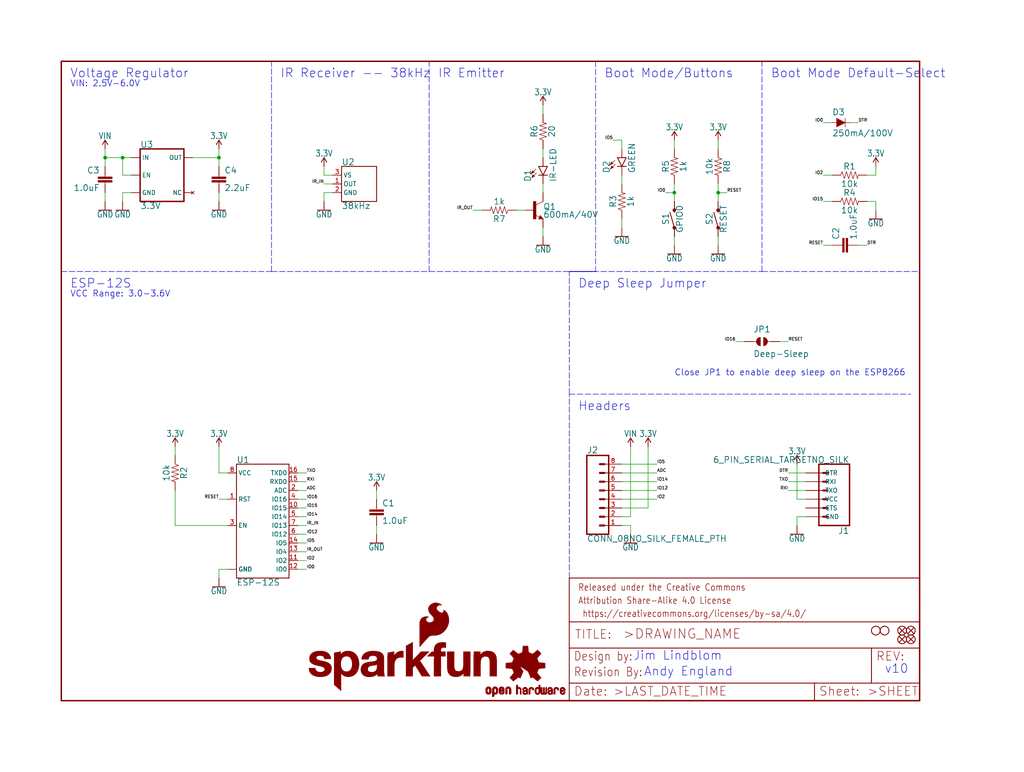
<source format=kicad_sch>
(kicad_sch (version 20211123) (generator eeschema)
  (paper "User" 297.002 223.926)
  (lib_symbols
    (symbol "schematicEagle-eagle-import:1.0UF-0603-16V-10%"
      (property "Reference" "C" (at 1.524 2.921 0))
      (property "Value" "1.0UF-0603-16V-10%" (at 1.524 -2.159 0))
      (symbol "1.0UF-0603-16V-10%_1_0"
        (pin passive line (at 0 5.08 270) (length 2.54) (name "1") (number "1"))
        (pin passive line (at 0 -2.54 90) (length 2.54) (name "2") (number "2"))
      )
    )
    (symbol "schematicEagle-eagle-import:10KOHM-0603-1{slash}10W-1%"
      (property "Reference" "R" (at 0 1.524 0))
      (property "Value" "10KOHM-0603-1{slash}10W-1%" (at 0 -1.524 0))
      (symbol "10KOHM-0603-1{slash}10W-1%_1_0"
        (pin passive line (at -5.08 0 0) (length 2.54) (name "1") (number "1"))
        (pin passive line (at 5.08 0 180) (length 2.54) (name "2") (number "2"))
      )
    )
    (symbol "schematicEagle-eagle-import:1KOHM-0603-1{slash}10W-1%"
      (property "Reference" "R" (at 0 1.524 0))
      (property "Value" "1KOHM-0603-1{slash}10W-1%" (at 0 -1.524 0))
      (symbol "1KOHM-0603-1{slash}10W-1%_1_0"
        (pin passive line (at -5.08 0 0) (length 2.54) (name "1") (number "1"))
        (pin passive line (at 5.08 0 180) (length 2.54) (name "2") (number "2"))
      )
    )
    (symbol "schematicEagle-eagle-import:2.2UF-0603-10V-20%"
      (property "Reference" "C" (at 1.524 2.921 0))
      (property "Value" "2.2UF-0603-10V-20%" (at 1.524 -2.159 0))
      (symbol "2.2UF-0603-10V-20%_1_0"
        (pin passive line (at 0 5.08 270) (length 2.54) (name "1") (number "1"))
        (pin passive line (at 0 -2.54 90) (length 2.54) (name "2") (number "2"))
      )
    )
    (symbol "schematicEagle-eagle-import:20OHM-0603-1{slash}10W-1%"
      (property "Reference" "R" (at 0 1.524 0))
      (property "Value" "20OHM-0603-1{slash}10W-1%" (at 0 -1.524 0))
      (symbol "20OHM-0603-1{slash}10W-1%_1_0"
        (pin passive line (at -5.08 0 0) (length 2.54) (name "1") (number "1"))
        (pin passive line (at 5.08 0 180) (length 2.54) (name "2") (number "2"))
      )
    )
    (symbol "schematicEagle-eagle-import:3.3V" (power)
      (property "Value" "3.3V" (at 0 2.794 0))
      (symbol "3.3V_1_0"
        (pin power_in line (at 0 0 90) (length 2.54) (name "3.3V") (number "1"))
      )
    )
    (symbol "schematicEagle-eagle-import:6_PIN_SERIAL_TARGETNO_SILK"
      (property "Reference" "J" (at -7.62 10.668 0))
      (property "Value" "6_PIN_SERIAL_TARGETNO_SILK" (at -7.62 -9.906 0))
      (symbol "6_PIN_SERIAL_TARGETNO_SILK_1_0"
        (pin passive line (at 5.08 -5.08 180) (length 5.08) (name "DTR") (number "1"))
        (pin passive line (at 5.08 -2.54 180) (length 5.08) (name "RXI") (number "2"))
        (pin passive line (at 5.08 0 180) (length 5.08) (name "TXO") (number "3"))
        (pin passive line (at 5.08 2.54 180) (length 5.08) (name "VCC") (number "4"))
        (pin passive line (at 5.08 5.08 180) (length 5.08) (name "CTS") (number "5"))
        (pin passive line (at 5.08 7.62 180) (length 5.08) (name "GND") (number "6"))
      )
    )
    (symbol "schematicEagle-eagle-import:CONN_08NO_SILK_FEMALE_PTH"
      (property "Reference" "J" (at -5.08 13.208 0))
      (property "Value" "CONN_08NO_SILK_FEMALE_PTH" (at -5.08 -12.446 0))
      (symbol "CONN_08NO_SILK_FEMALE_PTH_1_0"
        (pin passive line (at 5.08 -7.62 180) (length 5.08) (name "1") (number "1"))
        (pin passive line (at 5.08 -5.08 180) (length 5.08) (name "2") (number "2"))
        (pin passive line (at 5.08 -2.54 180) (length 5.08) (name "3") (number "3"))
        (pin passive line (at 5.08 0 180) (length 5.08) (name "4") (number "4"))
        (pin passive line (at 5.08 2.54 180) (length 5.08) (name "5") (number "5"))
        (pin passive line (at 5.08 5.08 180) (length 5.08) (name "6") (number "6"))
        (pin passive line (at 5.08 7.62 180) (length 5.08) (name "7") (number "7"))
        (pin passive line (at 5.08 10.16 180) (length 5.08) (name "8") (number "8"))
      )
    )
    (symbol "schematicEagle-eagle-import:DIODE-BAS16J"
      (property "Reference" "D" (at -2.54 2.032 0))
      (property "Value" "DIODE-BAS16J" (at -2.54 -2.032 0))
      (symbol "DIODE-BAS16J_1_0"
        (pin passive line (at -2.54 0 0) (length 0) (name "A") (number "A"))
        (pin passive line (at 2.54 0 180) (length 0) (name "C") (number "C"))
      )
    )
    (symbol "schematicEagle-eagle-import:ESP-12S"
      (property "Reference" "U" (at -7.62 18.034 0))
      (property "Value" "ESP-12S" (at -7.62 -15.494 0))
      (symbol "ESP-12S_1_0"
        (pin bidirectional line (at -10.16 7.62 0) (length 2.54) (name "RST") (number "1"))
        (pin bidirectional line (at 10.16 5.08 180) (length 2.54) (name "IO15") (number "10"))
        (pin bidirectional line (at 10.16 -10.16 180) (length 2.54) (name "IO2") (number "11"))
        (pin bidirectional line (at 10.16 -12.7 180) (length 2.54) (name "IO0") (number "12"))
        (pin bidirectional line (at 10.16 -7.62 180) (length 2.54) (name "IO4") (number "13"))
        (pin bidirectional line (at 10.16 -5.08 180) (length 2.54) (name "IO5") (number "14"))
        (pin bidirectional line (at 10.16 12.7 180) (length 2.54) (name "RXD0") (number "15"))
        (pin bidirectional line (at 10.16 15.24 180) (length 2.54) (name "TXD0") (number "16"))
        (pin bidirectional line (at 10.16 10.16 180) (length 2.54) (name "ADC") (number "2"))
        (pin bidirectional line (at -10.16 0 0) (length 2.54) (name "EN") (number "3"))
        (pin bidirectional line (at 10.16 7.62 180) (length 2.54) (name "IO16") (number "4"))
        (pin bidirectional line (at 10.16 2.54 180) (length 2.54) (name "IO14") (number "5"))
        (pin bidirectional line (at 10.16 -2.54 180) (length 2.54) (name "IO12") (number "6"))
        (pin bidirectional line (at 10.16 0 180) (length 2.54) (name "IO13") (number "7"))
        (pin bidirectional line (at -10.16 15.24 0) (length 2.54) (name "VCC") (number "8"))
        (pin bidirectional line (at -10.16 -12.7 0) (length 2.54) (name "GND") (number "9"))
        (pin bidirectional line (at -10.16 -12.7 0) (length 2.54) (name "GND") (number "P$1"))
      )
    )
    (symbol "schematicEagle-eagle-import:FIDUCIALUFIDUCIAL")
    (symbol "schematicEagle-eagle-import:FRAME-LETTER"
      (symbol "FRAME-LETTER_2_0"
        (text " https://creativecommons.org/licenses/by-sa/4.0/" (at 2.54 24.13 0) (effects (font (size 1.9304 1.6408)) (justify left bottom)))
        (text ">DRAWING_NAME" (at 15.494 17.78 0) (effects (font (size 2.7432 2.7432)) (justify left bottom)))
        (text ">LAST_DATE_TIME" (at 12.7 1.27 0) (effects (font (size 2.54 2.54)) (justify left bottom)))
        (text ">SHEET" (at 86.36 1.27 0) (effects (font (size 2.54 2.54)) (justify left bottom)))
        (text "Attribution Share-Alike 4.0 License" (at 2.54 27.94 0) (effects (font (size 1.9304 1.6408)) (justify left bottom)))
        (text "Date:" (at 1.27 1.27 0) (effects (font (size 2.54 2.54)) (justify left bottom)))
        (text "Design by:" (at 1.27 11.43 0) (effects (font (size 2.54 2.159)) (justify left bottom)))
        (text "Released under the Creative Commons" (at 2.54 31.75 0) (effects (font (size 1.9304 1.6408)) (justify left bottom)))
        (text "REV:" (at 88.9 11.43 0) (effects (font (size 2.54 2.54)) (justify left bottom)))
        (text "Sheet:" (at 72.39 1.27 0) (effects (font (size 2.54 2.54)) (justify left bottom)))
        (text "TITLE:" (at 1.524 17.78 0) (effects (font (size 2.54 2.54)) (justify left bottom)))
      )
    )
    (symbol "schematicEagle-eagle-import:GND" (power)
      (property "Value" "GND" (at 0 -0.254 0))
      (symbol "GND_1_0"
        (pin power_in line (at 0 2.54 270) (length 2.54) (name "GND") (number "1"))
      )
    )
    (symbol "schematicEagle-eagle-import:JUMPER-SMT_2_NO_NO-SILK"
      (property "Reference" "JP" (at -2.54 2.54 0))
      (property "Value" "JUMPER-SMT_2_NO_NO-SILK" (at -2.54 -2.54 0))
      (symbol "JUMPER-SMT_2_NO_NO-SILK_1_0"
        (pin passive line (at -5.08 0 0) (length 2.54) (name "1") (number "1"))
        (pin passive line (at 5.08 0 180) (length 2.54) (name "2") (number "2"))
      )
    )
    (symbol "schematicEagle-eagle-import:LED-GREEN0603"
      (property "Reference" "D" (at -3.429 -4.572 90))
      (property "Value" "LED-GREEN0603" (at 1.905 -4.572 90))
      (symbol "LED-GREEN0603_1_0"
        (pin passive line (at 0 2.54 270) (length 2.54) (name "A") (number "A"))
        (pin passive line (at 0 -5.08 90) (length 2.54) (name "C") (number "C"))
      )
    )
    (symbol "schematicEagle-eagle-import:LED-IRSIDE_EMITTER"
      (property "Reference" "D" (at -3.429 -4.572 90))
      (property "Value" "LED-IRSIDE_EMITTER" (at 1.905 -4.572 90))
      (symbol "LED-IRSIDE_EMITTER_1_0"
        (pin passive line (at 0 2.54 270) (length 2.54) (name "A") (number "A"))
        (pin passive line (at 0 -5.08 90) (length 2.54) (name "C") (number "C"))
      )
    )
    (symbol "schematicEagle-eagle-import:MOMENTARY-SWITCH-SPST-SMD-4.6X2.8MM"
      (property "Reference" "S" (at 0 1.524 0))
      (property "Value" "MOMENTARY-SWITCH-SPST-SMD-4.6X2.8MM" (at 0 -0.508 0))
      (symbol "MOMENTARY-SWITCH-SPST-SMD-4.6X2.8MM_1_0"
        (pin passive line (at -5.08 0 0) (length 2.54) (name "1") (number "1"))
        (pin passive line (at -5.08 0 0) (length 2.54) (name "1") (number "2"))
        (pin passive line (at 5.08 0 180) (length 2.54) (name "2") (number "3"))
        (pin passive line (at 5.08 0 180) (length 2.54) (name "2") (number "4"))
      )
    )
    (symbol "schematicEagle-eagle-import:OSHW-LOGOS")
    (symbol "schematicEagle-eagle-import:REVISION"
      (symbol "REVISION_1_0"
        (text "Revision By: " (at 0 0 0) (effects (font (size 2.54 2.159)) (justify left bottom)))
      )
    )
    (symbol "schematicEagle-eagle-import:SFE_LOGO_NAME_FLAME.1_INCH")
    (symbol "schematicEagle-eagle-import:STAND-OFF")
    (symbol "schematicEagle-eagle-import:TRANS_NPN-MMBT2222AL"
      (property "Reference" "Q" (at 2.54 0 0))
      (property "Value" "TRANS_NPN-MMBT2222AL" (at 2.54 -2.286 0))
      (symbol "TRANS_NPN-MMBT2222AL_1_0"
        (pin passive line (at -2.54 0 0) (length 2.54) (name "B") (number "1"))
        (pin passive line (at 2.54 -5.08 90) (length 2.54) (name "E") (number "2"))
        (pin passive line (at 2.54 5.08 270) (length 2.54) (name "C") (number "3"))
      )
    )
    (symbol "schematicEagle-eagle-import:TSOP38238"
      (property "Reference" "U" (at -5.08 5.334 0))
      (property "Value" "TSOP38238" (at -5.08 -5.334 0))
      (symbol "TSOP38238_1_0"
        (pin bidirectional line (at -7.62 0 0) (length 2.54) (name "OUT") (number "1"))
        (pin bidirectional line (at -7.62 -2.54 0) (length 2.54) (name "GND") (number "2"))
        (pin bidirectional line (at -7.62 2.54 0) (length 2.54) (name "VS") (number "3"))
      )
    )
    (symbol "schematicEagle-eagle-import:VIN" (power)
      (property "Value" "VIN" (at 0 2.794 0))
      (symbol "VIN_1_0"
        (pin power_in line (at 0 0 90) (length 2.54) (name "VIN") (number "1"))
      )
    )
    (symbol "schematicEagle-eagle-import:V_REG_AP2112K-3.3V"
      (property "Reference" "U" (at -7.62 7.874 0))
      (property "Value" "V_REG_AP2112K-3.3V" (at -7.62 -7.874 0))
      (symbol "V_REG_AP2112K-3.3V_1_0"
        (pin input line (at -10.16 5.08 0) (length 2.54) (name "IN") (number "1"))
        (pin input line (at -10.16 -5.08 0) (length 2.54) (name "GND") (number "2"))
        (pin input line (at -10.16 0 0) (length 2.54) (name "EN") (number "3"))
        (pin no_connect line (at 7.62 -5.08 180) (length 2.54) (name "NC") (number "4"))
        (pin passive line (at 7.62 5.08 180) (length 2.54) (name "OUT") (number "5"))
      )
    )
  )
  (junction (at 195.58 55.88))
  (junction (at 63.5 45.72))
  (junction (at 208.28 55.88))
  (junction (at 35.56 45.72))
  (junction (at 30.48 45.72))
  (wire (pts (xy 180.34 149.86) (xy 182.88 149.86)))
  (polyline (pts (xy 165.1 167.64) (xy 165.1 114.3)))
  (wire (pts (xy 187.96 147.32) (xy 187.96 129.54)))
  (wire (pts (xy 35.56 45.72) (xy 30.48 45.72)))
  (wire (pts (xy 233.68 144.78) (xy 231.14 144.78)))
  (wire (pts (xy 86.36 144.78) (xy 88.9 144.78)))
  (wire (pts (xy 86.36 149.86) (xy 88.9 149.86)))
  (polyline (pts (xy 172.72 78.74) (xy 165.1 78.74)))
  (wire (pts (xy 195.58 55.88) (xy 195.58 53.34)))
  (wire (pts (xy 157.48 68.58) (xy 157.48 66.04)))
  (wire (pts (xy 86.36 139.7) (xy 88.9 139.7)))
  (wire (pts (xy 50.8 152.4) (xy 50.8 142.24)))
  (wire (pts (xy 215.9 99.06) (xy 213.36 99.06)))
  (wire (pts (xy 30.48 58.42) (xy 30.48 55.88)))
  (wire (pts (xy 86.36 162.56) (xy 88.9 162.56)))
  (wire (pts (xy 208.28 55.88) (xy 208.28 58.42)))
  (wire (pts (xy 195.58 71.12) (xy 195.58 68.58)))
  (wire (pts (xy 180.34 66.04) (xy 180.34 63.5)))
  (wire (pts (xy 231.14 144.78) (xy 231.14 134.62)))
  (wire (pts (xy 231.14 149.86) (xy 231.14 152.4)))
  (wire (pts (xy 38.1 50.8) (xy 35.56 50.8)))
  (polyline (pts (xy 172.72 17.78) (xy 172.72 78.74)))
  (wire (pts (xy 66.04 152.4) (xy 50.8 152.4)))
  (wire (pts (xy 63.5 58.42) (xy 63.5 55.88)))
  (wire (pts (xy 30.48 48.26) (xy 30.48 45.72)))
  (polyline (pts (xy 78.74 78.74) (xy 78.74 17.78)))
  (wire (pts (xy 96.52 53.34) (xy 93.98 53.34)))
  (wire (pts (xy 180.34 147.32) (xy 187.96 147.32)))
  (wire (pts (xy 86.36 137.16) (xy 88.9 137.16)))
  (wire (pts (xy 93.98 55.88) (xy 93.98 58.42)))
  (wire (pts (xy 248.92 71.12) (xy 251.46 71.12)))
  (wire (pts (xy 109.22 154.94) (xy 109.22 152.4)))
  (wire (pts (xy 233.68 137.16) (xy 228.6 137.16)))
  (polyline (pts (xy 165.1 114.3) (xy 264.16 114.3)))
  (wire (pts (xy 195.58 43.18) (xy 195.58 40.64)))
  (polyline (pts (xy 124.46 78.74) (xy 124.46 17.78)))
  (wire (pts (xy 86.36 142.24) (xy 88.9 142.24)))
  (wire (pts (xy 241.3 58.42) (xy 238.76 58.42)))
  (wire (pts (xy 246.38 35.56) (xy 248.92 35.56)))
  (wire (pts (xy 241.3 35.56) (xy 238.76 35.56)))
  (wire (pts (xy 63.5 45.72) (xy 63.5 48.26)))
  (wire (pts (xy 180.34 53.34) (xy 180.34 50.8)))
  (wire (pts (xy 30.48 45.72) (xy 30.48 43.18)))
  (wire (pts (xy 254 58.42) (xy 254 60.96)))
  (wire (pts (xy 55.88 45.72) (xy 63.5 45.72)))
  (wire (pts (xy 63.5 137.16) (xy 63.5 129.54)))
  (wire (pts (xy 180.34 137.16) (xy 190.5 137.16)))
  (wire (pts (xy 35.56 50.8) (xy 35.56 45.72)))
  (wire (pts (xy 180.34 142.24) (xy 190.5 142.24)))
  (wire (pts (xy 63.5 43.18) (xy 63.5 45.72)))
  (polyline (pts (xy 165.1 114.3) (xy 165.1 78.74)))
  (wire (pts (xy 241.3 71.12) (xy 238.76 71.12)))
  (wire (pts (xy 157.48 45.72) (xy 157.48 43.18)))
  (wire (pts (xy 251.46 58.42) (xy 254 58.42)))
  (wire (pts (xy 86.36 152.4) (xy 88.9 152.4)))
  (polyline (pts (xy 78.74 78.74) (xy 124.46 78.74)))
  (wire (pts (xy 180.34 152.4) (xy 182.88 152.4)))
  (wire (pts (xy 96.52 50.8) (xy 93.98 50.8)))
  (wire (pts (xy 251.46 50.8) (xy 254 50.8)))
  (wire (pts (xy 226.06 99.06) (xy 228.6 99.06)))
  (wire (pts (xy 149.86 60.96) (xy 152.4 60.96)))
  (wire (pts (xy 254 50.8) (xy 254 48.26)))
  (polyline (pts (xy 220.98 78.74) (xy 220.98 17.78)))
  (wire (pts (xy 233.68 149.86) (xy 231.14 149.86)))
  (wire (pts (xy 139.7 60.96) (xy 137.16 60.96)))
  (wire (pts (xy 38.1 45.72) (xy 35.56 45.72)))
  (wire (pts (xy 195.58 55.88) (xy 193.04 55.88)))
  (wire (pts (xy 66.04 137.16) (xy 63.5 137.16)))
  (wire (pts (xy 180.34 134.62) (xy 190.5 134.62)))
  (wire (pts (xy 180.34 139.7) (xy 190.5 139.7)))
  (wire (pts (xy 35.56 58.42) (xy 35.56 55.88)))
  (wire (pts (xy 96.52 55.88) (xy 93.98 55.88)))
  (wire (pts (xy 157.48 55.88) (xy 157.48 53.34)))
  (wire (pts (xy 233.68 142.24) (xy 228.6 142.24)))
  (polyline (pts (xy 124.46 78.74) (xy 172.72 78.74)))
  (polyline (pts (xy 220.98 78.74) (xy 266.7 78.74)))
  (wire (pts (xy 86.36 147.32) (xy 88.9 147.32)))
  (wire (pts (xy 208.28 40.64) (xy 208.28 43.18)))
  (wire (pts (xy 86.36 160.02) (xy 88.9 160.02)))
  (wire (pts (xy 233.68 139.7) (xy 228.6 139.7)))
  (wire (pts (xy 86.36 154.94) (xy 88.9 154.94)))
  (wire (pts (xy 195.58 58.42) (xy 195.58 55.88)))
  (wire (pts (xy 182.88 152.4) (xy 182.88 154.94)))
  (wire (pts (xy 35.56 55.88) (xy 38.1 55.88)))
  (wire (pts (xy 180.34 43.18) (xy 180.34 40.64)))
  (wire (pts (xy 208.28 55.88) (xy 210.82 55.88)))
  (wire (pts (xy 180.34 144.78) (xy 190.5 144.78)))
  (wire (pts (xy 66.04 165.1) (xy 63.5 165.1)))
  (wire (pts (xy 157.48 30.48) (xy 157.48 33.02)))
  (wire (pts (xy 93.98 50.8) (xy 93.98 48.26)))
  (wire (pts (xy 66.04 144.78) (xy 63.5 144.78)))
  (wire (pts (xy 86.36 157.48) (xy 88.9 157.48)))
  (wire (pts (xy 182.88 149.86) (xy 182.88 129.54)))
  (polyline (pts (xy 17.78 78.74) (xy 78.74 78.74)))
  (wire (pts (xy 241.3 50.8) (xy 238.76 50.8)))
  (wire (pts (xy 86.36 165.1) (xy 88.9 165.1)))
  (wire (pts (xy 50.8 129.54) (xy 50.8 132.08)))
  (wire (pts (xy 63.5 165.1) (xy 63.5 167.64)))
  (wire (pts (xy 109.22 142.24) (xy 109.22 144.78)))
  (wire (pts (xy 180.34 40.64) (xy 177.8 40.64)))
  (wire (pts (xy 208.28 68.58) (xy 208.28 71.12)))
  (wire (pts (xy 208.28 53.34) (xy 208.28 55.88)))
  (polyline (pts (xy 165.1 78.74) (xy 220.98 78.74)))
  (text "VCC Range: 3.0-3.6V" (at 20.32 86.36 180) (effects (font (size 1.778 1.778)) (justify left bottom)))
  (text "Deep Sleep Jumper" (at 167.64 83.82 180) (effects (font (size 2.54 2.54)) (justify left bottom)))
  (text "IR Receiver -- 38kHz" (at 81.28 22.86 180) (effects (font (size 2.54 2.54)) (justify left bottom)))
  (text "Andy England" (at 186.69 196.342 180) (effects (font (size 2.54 2.54)) (justify left bottom)))
  (text "ESP-12S" (at 20.32 83.82 180) (effects (font (size 2.54 2.54)) (justify left bottom)))
  (text "v10" (at 256.54 195.58 180) (effects (font (size 2.54 2.54)) (justify left bottom)))
  (text "VIN: 2.5V-6.0V" (at 20.32 25.4 180) (effects (font (size 1.778 1.778)) (justify left bottom)))
  (text "Boot Mode/Buttons" (at 175.26 22.86 180) (effects (font (size 2.54 2.54)) (justify left bottom)))
  (text "Headers" (at 167.64 119.38 180) (effects (font (size 2.54 2.54)) (justify left bottom)))
  (text "Close JP1 to enable deep sleep on the ESP8266" (at 195.58 109.22 180) (effects (font (size 1.778 1.778)) (justify left bottom)))
  (text "Boot Mode Default-Select" (at 223.52 22.86 180) (effects (font (size 2.54 2.54)) (justify left bottom)))
  (text "IR Emitter" (at 127 22.86 180) (effects (font (size 2.54 2.54)) (justify left bottom)))
  (text "Voltage Regulator" (at 20.32 22.86 180) (effects (font (size 2.54 2.54)) (justify left bottom)))
  (text "Jim Lindblom" (at 183.642 191.77 180) (effects (font (size 2.54 2.54)) (justify left bottom)))
  (label "DTR" (at 228.6 137.16 180) (effects (font (size 0.889 0.889))))
  (label "DTR" (at 248.92 35.56 0) (effects (font (size 0.889 0.889))))
  (label "RESET" (at 210.82 55.88 0) (effects (font (size 0.889 0.889))))
  (label "IO2" (at 88.9 162.56 0) (effects (font (size 0.889 0.889))))
  (label "IO0" (at 88.9 165.1 0) (effects (font (size 0.889 0.889))))
  (label "IO12" (at 190.5 142.24 0) (effects (font (size 0.889 0.889))))
  (label "DTR" (at 251.46 71.12 0) (effects (font (size 0.889 0.889))))
  (label "IO16" (at 88.9 144.78 0) (effects (font (size 0.889 0.889))))
  (label "RESET" (at 238.76 71.12 180) (effects (font (size 0.889 0.889))))
  (label "IO2" (at 190.5 144.78 0) (effects (font (size 0.889 0.889))))
  (label "IO0" (at 238.76 35.56 180) (effects (font (size 0.889 0.889))))
  (label "IR_IN" (at 88.9 152.4 0) (effects (font (size 0.889 0.889))))
  (label "IO0" (at 193.04 55.88 180) (effects (font (size 0.889 0.889))))
  (label "IO14" (at 190.5 139.7 0) (effects (font (size 0.889 0.889))))
  (label "RXI" (at 228.6 142.24 180) (effects (font (size 0.889 0.889))))
  (label "TXO" (at 88.9 137.16 0) (effects (font (size 0.889 0.889))))
  (label "IO5" (at 177.8 40.64 180) (effects (font (size 0.889 0.889))))
  (label "IR_OUT" (at 88.9 160.02 0) (effects (font (size 0.889 0.889))))
  (label "IO15" (at 238.76 58.42 180) (effects (font (size 0.889 0.889))))
  (label "IR_OUT" (at 137.16 60.96 180) (effects (font (size 0.889 0.889))))
  (label "IR_IN" (at 93.98 53.34 180) (effects (font (size 0.889 0.889))))
  (label "IO15" (at 88.9 147.32 0) (effects (font (size 0.889 0.889))))
  (label "IO12" (at 88.9 154.94 0) (effects (font (size 0.889 0.889))))
  (label "IO2" (at 238.76 50.8 180) (effects (font (size 0.889 0.889))))
  (label "IO5" (at 88.9 157.48 0) (effects (font (size 0.889 0.889))))
  (label "TXO" (at 228.6 139.7 180) (effects (font (size 0.889 0.889))))
  (label "IO5" (at 190.5 134.62 0) (effects (font (size 0.889 0.889))))
  (label "ADC" (at 190.5 137.16 0) (effects (font (size 0.889 0.889))))
  (label "RESET" (at 63.5 144.78 180) (effects (font (size 0.889 0.889))))
  (label "RESET" (at 228.6 99.06 0) (effects (font (size 0.889 0.889))))
  (label "IO14" (at 88.9 149.86 0) (effects (font (size 0.889 0.889))))
  (label "ADC" (at 88.9 142.24 0) (effects (font (size 0.889 0.889))))
  (label "IO16" (at 213.36 99.06 180) (effects (font (size 0.889 0.889))))
  (label "RXI" (at 88.9 139.7 0) (effects (font (size 0.889 0.889))))
  (symbol (lib_id "schematicEagle-eagle-import:TSOP38238") (at 104.14 53.34 0) (unit 1)
    (property "Reference" "U2" (at 99.06 48.006 0) (effects (font (size 1.778 1.778)) (justify left bottom)))
    (property "Value" "38kHz" (at 99.06 58.674 0) (effects (font (size 1.778 1.778)) (justify left top)))
    (property "Footprint" "schematicEagle:TSOP382" (effects hide))
  )
  (symbol (lib_id "schematicEagle-eagle-import:3.3V") (at 63.5 129.54 0) (unit 1)
    (property "Reference" "#SUPPLY2" (effects hide))
    (property "Value" "3.3V" (at 63.5 126.746 0) (effects (font (size 1.778 1.5113)) (justify bottom)))
    (property "Footprint" "schematicEagle:" (effects hide))
  )
  (symbol (lib_id "schematicEagle-eagle-import:ESP-12S") (at 76.2 152.4 0) (unit 1)
    (property "Reference" "U1" (at 68.58 134.366 0) (effects (font (size 1.778 1.778)) (justify left bottom)))
    (property "Value" "ESP-12S" (at 68.58 167.894 0) (effects (font (size 1.778 1.778)) (justify left top)))
    (property "Footprint" "schematicEagle:ESP-12S" (effects hide))
  )
  (symbol (lib_id "schematicEagle-eagle-import:10KOHM-0603-1{slash}10W-1%") (at 246.38 58.42 0) (unit 1)
    (property "Reference" "R4" (at 246.38 56.896 0) (effects (font (size 1.778 1.778)) (justify bottom)))
    (property "Value" "10k" (at 246.38 59.944 0) (effects (font (size 1.778 1.778)) (justify top)))
    (property "Footprint" "schematicEagle:0603" (effects hide))
  )
  (symbol (lib_id "schematicEagle-eagle-import:GND") (at 63.5 60.96 0) (unit 1)
    (property "Reference" "#GND12" (effects hide))
    (property "Value" "GND" (at 63.5 61.214 0) (effects (font (size 1.778 1.5113)) (justify top)))
    (property "Footprint" "schematicEagle:" (effects hide))
  )
  (symbol (lib_id "schematicEagle-eagle-import:V_REG_AP2112K-3.3V") (at 48.26 50.8 0) (unit 1)
    (property "Reference" "U3" (at 40.64 42.926 0) (effects (font (size 1.778 1.778)) (justify left bottom)))
    (property "Value" "3.3V" (at 40.64 58.674 0) (effects (font (size 1.778 1.778)) (justify left top)))
    (property "Footprint" "schematicEagle:SOT23-5" (effects hide))
  )
  (symbol (lib_id "schematicEagle-eagle-import:20OHM-0603-1{slash}10W-1%") (at 157.48 38.1 90) (unit 1)
    (property "Reference" "R6" (at 155.956 38.1 0) (effects (font (size 1.778 1.778)) (justify bottom)))
    (property "Value" "20" (at 159.004 38.1 0) (effects (font (size 1.778 1.778)) (justify top)))
    (property "Footprint" "schematicEagle:0603" (effects hide))
  )
  (symbol (lib_id "schematicEagle-eagle-import:FIDUCIALUFIDUCIAL") (at 261.62 182.88 0) (unit 1)
    (property "Reference" "FD2" (effects hide))
    (property "Value" "FIDUCIALUFIDUCIAL" (effects hide))
    (property "Footprint" "schematicEagle:FIDUCIAL-MICRO" (effects hide))
  )
  (symbol (lib_id "schematicEagle-eagle-import:GND") (at 157.48 71.12 0) (unit 1)
    (property "Reference" "#GND4" (effects hide))
    (property "Value" "GND" (at 157.48 71.374 0) (effects (font (size 1.778 1.5113)) (justify top)))
    (property "Footprint" "schematicEagle:" (effects hide))
  )
  (symbol (lib_id "schematicEagle-eagle-import:GND") (at 182.88 157.48 0) (unit 1)
    (property "Reference" "#GND14" (effects hide))
    (property "Value" "GND" (at 182.88 157.734 0) (effects (font (size 1.778 1.5113)) (justify top)))
    (property "Footprint" "schematicEagle:" (effects hide))
  )
  (symbol (lib_id "schematicEagle-eagle-import:1.0UF-0603-16V-10%") (at 246.38 71.12 90) (unit 1)
    (property "Reference" "C2" (at 243.459 69.596 0) (effects (font (size 1.778 1.778)) (justify left bottom)))
    (property "Value" "1.0uF" (at 248.539 69.596 0) (effects (font (size 1.778 1.778)) (justify left bottom)))
    (property "Footprint" "schematicEagle:0603" (effects hide))
  )
  (symbol (lib_id "schematicEagle-eagle-import:3.3V") (at 93.98 48.26 0) (unit 1)
    (property "Reference" "#SUPPLY5" (effects hide))
    (property "Value" "3.3V" (at 93.98 45.466 0) (effects (font (size 1.778 1.5113)) (justify bottom)))
    (property "Footprint" "schematicEagle:" (effects hide))
  )
  (symbol (lib_id "schematicEagle-eagle-import:FIDUCIALUFIDUCIAL") (at 261.62 185.42 0) (unit 1)
    (property "Reference" "FD4" (effects hide))
    (property "Value" "FIDUCIALUFIDUCIAL" (effects hide))
    (property "Footprint" "schematicEagle:FIDUCIAL-MICRO" (effects hide))
  )
  (symbol (lib_id "schematicEagle-eagle-import:FIDUCIALUFIDUCIAL") (at 264.16 182.88 0) (unit 1)
    (property "Reference" "FD3" (effects hide))
    (property "Value" "FIDUCIALUFIDUCIAL" (effects hide))
    (property "Footprint" "schematicEagle:FIDUCIAL-MICRO" (effects hide))
  )
  (symbol (lib_id "schematicEagle-eagle-import:10KOHM-0603-1{slash}10W-1%") (at 50.8 137.16 270) (unit 1)
    (property "Reference" "R2" (at 52.324 137.16 0) (effects (font (size 1.778 1.778)) (justify bottom)))
    (property "Value" "10k" (at 49.276 137.16 0) (effects (font (size 1.778 1.778)) (justify top)))
    (property "Footprint" "schematicEagle:0603" (effects hide))
  )
  (symbol (lib_id "schematicEagle-eagle-import:6_PIN_SERIAL_TARGETNO_SILK") (at 238.76 142.24 180) (unit 1)
    (property "Reference" "J1" (at 246.38 152.908 0) (effects (font (size 1.778 1.778)) (justify left bottom)))
    (property "Value" "6_PIN_SERIAL_TARGETNO_SILK" (at 246.38 132.334 0) (effects (font (size 1.778 1.778)) (justify left bottom)))
    (property "Footprint" "schematicEagle:1X06_NO_SILK" (effects hide))
  )
  (symbol (lib_id "schematicEagle-eagle-import:10KOHM-0603-1{slash}10W-1%") (at 208.28 48.26 270) (unit 1)
    (property "Reference" "R8" (at 209.804 48.26 0) (effects (font (size 1.778 1.778)) (justify bottom)))
    (property "Value" "10k" (at 206.756 48.26 0) (effects (font (size 1.778 1.778)) (justify top)))
    (property "Footprint" "schematicEagle:0603" (effects hide))
  )
  (symbol (lib_id "schematicEagle-eagle-import:3.3V") (at 109.22 142.24 0) (unit 1)
    (property "Reference" "#SUPPLY9" (effects hide))
    (property "Value" "3.3V" (at 109.22 139.446 0) (effects (font (size 1.778 1.5113)) (justify bottom)))
    (property "Footprint" "schematicEagle:" (effects hide))
  )
  (symbol (lib_id "schematicEagle-eagle-import:2.2UF-0603-10V-20%") (at 63.5 53.34 0) (unit 1)
    (property "Reference" "C4" (at 65.024 50.419 0) (effects (font (size 1.778 1.778)) (justify left bottom)))
    (property "Value" "2.2uF" (at 65.024 55.499 0) (effects (font (size 1.778 1.778)) (justify left bottom)))
    (property "Footprint" "schematicEagle:0603" (effects hide))
  )
  (symbol (lib_id "schematicEagle-eagle-import:TRANS_NPN-MMBT2222AL") (at 154.94 60.96 0) (unit 1)
    (property "Reference" "Q1" (at 157.48 60.96 0) (effects (font (size 1.778 1.778)) (justify left bottom)))
    (property "Value" "600mA/40V" (at 157.48 63.246 0) (effects (font (size 1.778 1.778)) (justify left bottom)))
    (property "Footprint" "schematicEagle:SOT23-3" (effects hide))
  )
  (symbol (lib_id "schematicEagle-eagle-import:1.0UF-0603-16V-10%") (at 30.48 53.34 0) (mirror y) (unit 1)
    (property "Reference" "C3" (at 28.956 50.419 0) (effects (font (size 1.778 1.778)) (justify left bottom)))
    (property "Value" "1.0uF" (at 28.956 55.499 0) (effects (font (size 1.778 1.778)) (justify left bottom)))
    (property "Footprint" "schematicEagle:0603" (effects hide))
  )
  (symbol (lib_id "schematicEagle-eagle-import:GND") (at 195.58 73.66 0) (unit 1)
    (property "Reference" "#GND6" (effects hide))
    (property "Value" "GND" (at 195.58 73.914 0) (effects (font (size 1.778 1.5113)) (justify top)))
    (property "Footprint" "schematicEagle:" (effects hide))
  )
  (symbol (lib_id "schematicEagle-eagle-import:FIDUCIALUFIDUCIAL") (at 264.16 185.42 0) (unit 1)
    (property "Reference" "FD1" (effects hide))
    (property "Value" "FIDUCIALUFIDUCIAL" (effects hide))
    (property "Footprint" "schematicEagle:FIDUCIAL-MICRO" (effects hide))
  )
  (symbol (lib_id "schematicEagle-eagle-import:GND") (at 231.14 154.94 0) (unit 1)
    (property "Reference" "#GND1" (effects hide))
    (property "Value" "GND" (at 231.14 155.194 0) (effects (font (size 1.778 1.5113)) (justify top)))
    (property "Footprint" "schematicEagle:" (effects hide))
  )
  (symbol (lib_id "schematicEagle-eagle-import:DIODE-BAS16J") (at 243.84 35.56 0) (unit 1)
    (property "Reference" "D3" (at 241.3 33.528 0) (effects (font (size 1.778 1.778)) (justify left bottom)))
    (property "Value" "250mA/100V" (at 241.3 37.592 0) (effects (font (size 1.778 1.778)) (justify left top)))
    (property "Footprint" "schematicEagle:SOD-323" (effects hide))
  )
  (symbol (lib_id "schematicEagle-eagle-import:3.3V") (at 195.58 40.64 0) (unit 1)
    (property "Reference" "#SUPPLY6" (effects hide))
    (property "Value" "3.3V" (at 195.58 37.846 0) (effects (font (size 1.778 1.5113)) (justify bottom)))
    (property "Footprint" "schematicEagle:" (effects hide))
  )
  (symbol (lib_id "schematicEagle-eagle-import:VIN") (at 182.88 129.54 0) (unit 1)
    (property "Reference" "#SUPPLY13" (effects hide))
    (property "Value" "VIN" (at 182.88 126.746 0) (effects (font (size 1.778 1.5113)) (justify bottom)))
    (property "Footprint" "schematicEagle:" (effects hide))
  )
  (symbol (lib_id "schematicEagle-eagle-import:STAND-OFF") (at 256.54 182.88 0) (unit 1)
    (property "Reference" "H1" (effects hide))
    (property "Value" "STAND-OFF" (effects hide))
    (property "Footprint" "schematicEagle:STAND-OFF" (effects hide))
  )
  (symbol (lib_id "schematicEagle-eagle-import:1.0UF-0603-16V-10%") (at 109.22 149.86 0) (unit 1)
    (property "Reference" "C1" (at 110.744 146.939 0) (effects (font (size 1.778 1.778)) (justify left bottom)))
    (property "Value" "1.0uF" (at 110.744 152.019 0) (effects (font (size 1.778 1.778)) (justify left bottom)))
    (property "Footprint" "schematicEagle:0603" (effects hide))
  )
  (symbol (lib_id "schematicEagle-eagle-import:3.3V") (at 157.48 30.48 0) (unit 1)
    (property "Reference" "#SUPPLY7" (effects hide))
    (property "Value" "3.3V" (at 157.48 27.686 0) (effects (font (size 1.778 1.5113)) (justify bottom)))
    (property "Footprint" "schematicEagle:" (effects hide))
  )
  (symbol (lib_id "schematicEagle-eagle-import:GND") (at 63.5 170.18 0) (unit 1)
    (property "Reference" "#GND2" (effects hide))
    (property "Value" "GND" (at 63.5 170.434 0) (effects (font (size 1.778 1.5113)) (justify top)))
    (property "Footprint" "schematicEagle:" (effects hide))
  )
  (symbol (lib_id "schematicEagle-eagle-import:3.3V") (at 254 48.26 0) (unit 1)
    (property "Reference" "#SUPPLY3" (effects hide))
    (property "Value" "3.3V" (at 254 45.466 0) (effects (font (size 1.778 1.5113)) (justify bottom)))
    (property "Footprint" "schematicEagle:" (effects hide))
  )
  (symbol (lib_id "schematicEagle-eagle-import:GND") (at 30.48 60.96 0) (unit 1)
    (property "Reference" "#GND10" (effects hide))
    (property "Value" "GND" (at 30.48 61.214 0) (effects (font (size 1.778 1.5113)) (justify top)))
    (property "Footprint" "schematicEagle:" (effects hide))
  )
  (symbol (lib_id "schematicEagle-eagle-import:3.3V") (at 231.14 134.62 0) (unit 1)
    (property "Reference" "#SUPPLY1" (effects hide))
    (property "Value" "3.3V" (at 231.14 131.826 0) (effects (font (size 1.778 1.5113)) (justify bottom)))
    (property "Footprint" "schematicEagle:" (effects hide))
  )
  (symbol (lib_id "schematicEagle-eagle-import:LED-GREEN0603") (at 180.34 45.72 0) (unit 1)
    (property "Reference" "D2" (at 176.911 50.292 90) (effects (font (size 1.778 1.778)) (justify left bottom)))
    (property "Value" "GREEN" (at 182.245 50.292 90) (effects (font (size 1.778 1.778)) (justify left top)))
    (property "Footprint" "schematicEagle:LED-0603" (effects hide))
  )
  (symbol (lib_id "schematicEagle-eagle-import:1KOHM-0603-1{slash}10W-1%") (at 144.78 60.96 180) (unit 1)
    (property "Reference" "R7" (at 144.78 62.484 0) (effects (font (size 1.778 1.778)) (justify bottom)))
    (property "Value" "1k" (at 144.78 59.436 0) (effects (font (size 1.778 1.778)) (justify top)))
    (property "Footprint" "schematicEagle:0603" (effects hide))
  )
  (symbol (lib_id "schematicEagle-eagle-import:SFE_LOGO_NAME_FLAME.1_INCH") (at 88.9 200.66 0) (unit 1)
    (property "Reference" "LOGO2" (effects hide))
    (property "Value" "SFE_LOGO_NAME_FLAME.1_INCH" (effects hide))
    (property "Footprint" "schematicEagle:SFE_LOGO_NAME_FLAME_.1" (effects hide))
  )
  (symbol (lib_id "schematicEagle-eagle-import:FRAME-LETTER") (at 17.78 203.2 0) (unit 1)
    (property "Reference" "FRAME1" (effects hide))
    (property "Value" "FRAME-LETTER" (effects hide))
    (property "Footprint" "schematicEagle:CREATIVE_COMMONS" (effects hide))
  )
  (symbol (lib_id "schematicEagle-eagle-import:GND") (at 35.56 60.96 0) (unit 1)
    (property "Reference" "#GND11" (effects hide))
    (property "Value" "GND" (at 35.56 61.214 0) (effects (font (size 1.778 1.5113)) (justify top)))
    (property "Footprint" "schematicEagle:" (effects hide))
  )
  (symbol (lib_id "schematicEagle-eagle-import:JUMPER-SMT_2_NO_NO-SILK") (at 220.98 99.06 0) (unit 1)
    (property "Reference" "JP1" (at 218.44 96.52 0) (effects (font (size 1.778 1.778)) (justify left bottom)))
    (property "Value" "Deep-Sleep" (at 218.44 101.6 0) (effects (font (size 1.778 1.778)) (justify left top)))
    (property "Footprint" "schematicEagle:SMT-JUMPER_2_NO_NO-SILK" (effects hide))
  )
  (symbol (lib_id "schematicEagle-eagle-import:3.3V") (at 208.28 40.64 0) (unit 1)
    (property "Reference" "#SUPPLY8" (effects hide))
    (property "Value" "3.3V" (at 208.28 37.846 0) (effects (font (size 1.778 1.5113)) (justify bottom)))
    (property "Footprint" "schematicEagle:" (effects hide))
  )
  (symbol (lib_id "schematicEagle-eagle-import:VIN") (at 30.48 43.18 0) (unit 1)
    (property "Reference" "#SUPPLY11" (effects hide))
    (property "Value" "VIN" (at 30.48 40.386 0) (effects (font (size 1.778 1.5113)) (justify bottom)))
    (property "Footprint" "schematicEagle:" (effects hide))
  )
  (symbol (lib_id "schematicEagle-eagle-import:GND") (at 208.28 73.66 0) (unit 1)
    (property "Reference" "#GND5" (effects hide))
    (property "Value" "GND" (at 208.28 73.914 0) (effects (font (size 1.778 1.5113)) (justify top)))
    (property "Footprint" "schematicEagle:" (effects hide))
  )
  (symbol (lib_id "schematicEagle-eagle-import:MOMENTARY-SWITCH-SPST-SMD-4.6X2.8MM") (at 208.28 63.5 90) (unit 1)
    (property "Reference" "S2" (at 206.756 63.5 0) (effects (font (size 1.778 1.778)) (justify bottom)))
    (property "Value" "RESET" (at 208.788 63.5 0) (effects (font (size 1.778 1.778)) (justify top)))
    (property "Footprint" "schematicEagle:TACTILE_SWITCH_SMD_4.6X2.8MM" (effects hide))
  )
  (symbol (lib_id "schematicEagle-eagle-import:3.3V") (at 50.8 129.54 0) (unit 1)
    (property "Reference" "#SUPPLY4" (effects hide))
    (property "Value" "3.3V" (at 50.8 126.746 0) (effects (font (size 1.778 1.5113)) (justify bottom)))
    (property "Footprint" "schematicEagle:" (effects hide))
  )
  (symbol (lib_id "schematicEagle-eagle-import:REVISION") (at 166.37 196.342 0) (unit 1)
    (property "Reference" "LOGO3" (effects hide))
    (property "Value" "REVISION" (effects hide))
    (property "Footprint" "schematicEagle:REVISION" (effects hide))
  )
  (symbol (lib_id "schematicEagle-eagle-import:GND") (at 254 63.5 0) (unit 1)
    (property "Reference" "#GND3" (effects hide))
    (property "Value" "GND" (at 254 63.754 0) (effects (font (size 1.778 1.5113)) (justify top)))
    (property "Footprint" "schematicEagle:" (effects hide))
  )
  (symbol (lib_id "schematicEagle-eagle-import:GND") (at 93.98 60.96 0) (unit 1)
    (property "Reference" "#GND7" (effects hide))
    (property "Value" "GND" (at 93.98 61.214 0) (effects (font (size 1.778 1.5113)) (justify top)))
    (property "Footprint" "schematicEagle:" (effects hide))
  )
  (symbol (lib_id "schematicEagle-eagle-import:MOMENTARY-SWITCH-SPST-SMD-4.6X2.8MM") (at 195.58 63.5 90) (unit 1)
    (property "Reference" "S1" (at 194.056 63.5 0) (effects (font (size 1.778 1.778)) (justify bottom)))
    (property "Value" "GPIO0" (at 196.088 63.5 0) (effects (font (size 1.778 1.778)) (justify top)))
    (property "Footprint" "schematicEagle:TACTILE_SWITCH_SMD_4.6X2.8MM" (effects hide))
  )
  (symbol (lib_id "schematicEagle-eagle-import:10KOHM-0603-1{slash}10W-1%") (at 246.38 50.8 0) (unit 1)
    (property "Reference" "R1" (at 246.38 49.276 0) (effects (font (size 1.778 1.778)) (justify bottom)))
    (property "Value" "10k" (at 246.38 52.324 0) (effects (font (size 1.778 1.778)) (justify top)))
    (property "Footprint" "schematicEagle:0603" (effects hide))
  )
  (symbol (lib_id "schematicEagle-eagle-import:OSHW-LOGOS") (at 152.4 193.04 0) (unit 1)
    (property "Reference" "LOGO1" (effects hide))
    (property "Value" "OSHW-LOGOS" (effects hide))
    (property "Footprint" "schematicEagle:OSHW-LOGO-S" (effects hide))
  )
  (symbol (lib_id "schematicEagle-eagle-import:GND") (at 109.22 157.48 0) (unit 1)
    (property "Reference" "#GND8" (effects hide))
    (property "Value" "GND" (at 109.22 157.734 0) (effects (font (size 1.778 1.5113)) (justify top)))
    (property "Footprint" "schematicEagle:" (effects hide))
  )
  (symbol (lib_id "schematicEagle-eagle-import:1KOHM-0603-1{slash}10W-1%") (at 195.58 48.26 90) (unit 1)
    (property "Reference" "R5" (at 194.056 48.26 0) (effects (font (size 1.778 1.778)) (justify bottom)))
    (property "Value" "1k" (at 197.104 48.26 0) (effects (font (size 1.778 1.778)) (justify top)))
    (property "Footprint" "schematicEagle:0603" (effects hide))
  )
  (symbol (lib_id "schematicEagle-eagle-import:LED-IRSIDE_EMITTER") (at 157.48 48.26 0) (unit 1)
    (property "Reference" "D1" (at 154.051 52.832 90) (effects (font (size 1.778 1.778)) (justify left bottom)))
    (property "Value" "IR-LED" (at 159.385 52.832 90) (effects (font (size 1.778 1.778)) (justify left top)))
    (property "Footprint" "schematicEagle:LTE-302" (effects hide))
  )
  (symbol (lib_id "schematicEagle-eagle-import:3.3V") (at 63.5 43.18 0) (unit 1)
    (property "Reference" "#SUPPLY12" (effects hide))
    (property "Value" "3.3V" (at 63.5 40.386 0) (effects (font (size 1.778 1.5113)) (justify bottom)))
    (property "Footprint" "schematicEagle:" (effects hide))
  )
  (symbol (lib_id "schematicEagle-eagle-import:3.3V") (at 187.96 129.54 0) (unit 1)
    (property "Reference" "#SUPPLY14" (effects hide))
    (property "Value" "3.3V" (at 187.96 126.746 0) (effects (font (size 1.778 1.5113)) (justify bottom)))
    (property "Footprint" "schematicEagle:" (effects hide))
  )
  (symbol (lib_id "schematicEagle-eagle-import:CONN_08NO_SILK_FEMALE_PTH") (at 175.26 144.78 0) (unit 1)
    (property "Reference" "J2" (at 170.18 131.572 0) (effects (font (size 1.778 1.778)) (justify left bottom)))
    (property "Value" "CONN_08NO_SILK_FEMALE_PTH" (at 170.18 157.226 0) (effects (font (size 1.778 1.778)) (justify left bottom)))
    (property "Footprint" "schematicEagle:1X08_NO_SILK" (effects hide))
  )
  (symbol (lib_id "schematicEagle-eagle-import:GND") (at 180.34 68.58 0) (unit 1)
    (property "Reference" "#GND13" (effects hide))
    (property "Value" "GND" (at 180.34 68.834 0) (effects (font (size 1.778 1.5113)) (justify top)))
    (property "Footprint" "schematicEagle:" (effects hide))
  )
  (symbol (lib_id "schematicEagle-eagle-import:STAND-OFF") (at 254 182.88 0) (unit 1)
    (property "Reference" "H2" (effects hide))
    (property "Value" "STAND-OFF" (effects hide))
    (property "Footprint" "schematicEagle:STAND-OFF" (effects hide))
  )
  (symbol (lib_id "schematicEagle-eagle-import:FRAME-LETTER") (at 165.1 203.2 0) (unit 2)
    (property "Reference" "FRAME1" (effects hide))
    (property "Value" "FRAME-LETTER" (effects hide))
    (property "Footprint" "schematicEagle:CREATIVE_COMMONS" (effects hide))
  )
  (symbol (lib_id "schematicEagle-eagle-import:1KOHM-0603-1{slash}10W-1%") (at 180.34 58.42 90) (unit 1)
    (property "Reference" "R3" (at 178.816 58.42 0) (effects (font (size 1.778 1.778)) (justify bottom)))
    (property "Value" "1k" (at 181.864 58.42 0) (effects (font (size 1.778 1.778)) (justify top)))
    (property "Footprint" "schematicEagle:0603" (effects hide))
  )
)
</source>
